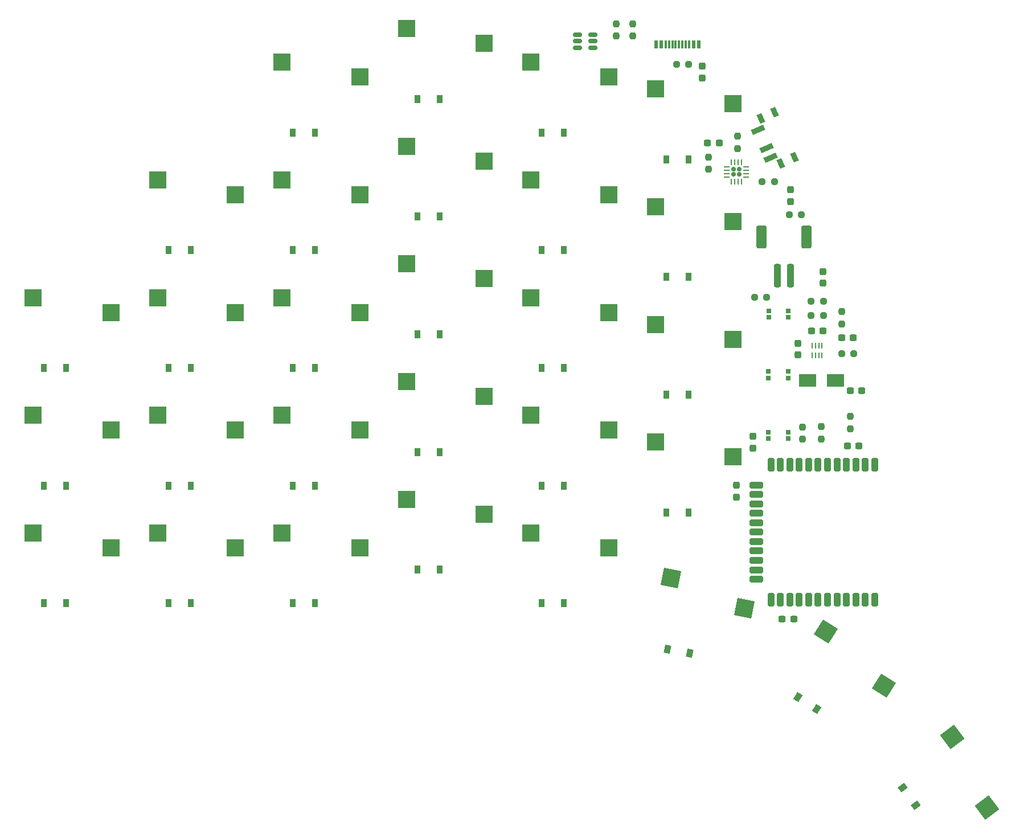
<source format=gbr>
%TF.GenerationSoftware,KiCad,Pcbnew,7.0.1*%
%TF.CreationDate,2023-03-19T14:30:15+01:00*%
%TF.ProjectId,grapto-v3w-left,67726170-746f-42d7-9633-772d6c656674,v1.0.0*%
%TF.SameCoordinates,Original*%
%TF.FileFunction,Paste,Bot*%
%TF.FilePolarity,Positive*%
%FSLAX46Y46*%
G04 Gerber Fmt 4.6, Leading zero omitted, Abs format (unit mm)*
G04 Created by KiCad (PCBNEW 7.0.1) date 2023-03-19 14:30:15*
%MOMM*%
%LPD*%
G01*
G04 APERTURE LIST*
G04 Aperture macros list*
%AMRoundRect*
0 Rectangle with rounded corners*
0 $1 Rounding radius*
0 $2 $3 $4 $5 $6 $7 $8 $9 X,Y pos of 4 corners*
0 Add a 4 corners polygon primitive as box body*
4,1,4,$2,$3,$4,$5,$6,$7,$8,$9,$2,$3,0*
0 Add four circle primitives for the rounded corners*
1,1,$1+$1,$2,$3*
1,1,$1+$1,$4,$5*
1,1,$1+$1,$6,$7*
1,1,$1+$1,$8,$9*
0 Add four rect primitives between the rounded corners*
20,1,$1+$1,$2,$3,$4,$5,0*
20,1,$1+$1,$4,$5,$6,$7,0*
20,1,$1+$1,$6,$7,$8,$9,0*
20,1,$1+$1,$8,$9,$2,$3,0*%
%AMRotRect*
0 Rectangle, with rotation*
0 The origin of the aperture is its center*
0 $1 length*
0 $2 width*
0 $3 Rotation angle, in degrees counterclockwise*
0 Add horizontal line*
21,1,$1,$2,0,0,$3*%
G04 Aperture macros list end*
%ADD10R,0.900000X1.200000*%
%ADD11R,2.600000X2.600000*%
%ADD12RotRect,2.600000X2.600000X327.780000*%
%ADD13RotRect,2.600000X2.600000X307.060000*%
%ADD14RotRect,0.900000X1.200000X307.060000*%
%ADD15RotRect,2.600000X2.600000X348.500000*%
%ADD16RotRect,0.900000X1.200000X348.500000*%
%ADD17RotRect,0.900000X1.200000X327.780000*%
%ADD18RoundRect,0.237500X0.237500X-0.300000X0.237500X0.300000X-0.237500X0.300000X-0.237500X-0.300000X0*%
%ADD19R,0.700000X0.700000*%
%ADD20RoundRect,0.237500X0.250000X0.237500X-0.250000X0.237500X-0.250000X-0.237500X0.250000X-0.237500X0*%
%ADD21RoundRect,0.237500X-0.300000X-0.237500X0.300000X-0.237500X0.300000X0.237500X-0.300000X0.237500X0*%
%ADD22RoundRect,0.237500X-0.237500X0.250000X-0.237500X-0.250000X0.237500X-0.250000X0.237500X0.250000X0*%
%ADD23RotRect,1.400000X0.800000X293.800000*%
%ADD24RotRect,0.800000X2.000000X293.800000*%
%ADD25RoundRect,0.160000X0.160000X0.160000X-0.160000X0.160000X-0.160000X-0.160000X0.160000X-0.160000X0*%
%ADD26RoundRect,0.062500X0.375000X0.062500X-0.375000X0.062500X-0.375000X-0.062500X0.375000X-0.062500X0*%
%ADD27RoundRect,0.062500X0.062500X0.375000X-0.062500X0.375000X-0.062500X-0.375000X0.062500X-0.375000X0*%
%ADD28RoundRect,0.237500X0.237500X-0.287500X0.237500X0.287500X-0.237500X0.287500X-0.237500X-0.287500X0*%
%ADD29R,2.500000X1.900000*%
%ADD30RoundRect,0.237500X0.300000X0.237500X-0.300000X0.237500X-0.300000X-0.237500X0.300000X-0.237500X0*%
%ADD31RoundRect,0.237500X-0.237500X0.300000X-0.237500X-0.300000X0.237500X-0.300000X0.237500X0.300000X0*%
%ADD32R,0.600000X1.150000*%
%ADD33R,0.300000X1.150000*%
%ADD34RoundRect,0.237500X0.237500X-0.250000X0.237500X0.250000X-0.237500X0.250000X-0.237500X-0.250000X0*%
%ADD35RoundRect,0.250000X0.250000X-0.750000X0.250000X0.750000X-0.250000X0.750000X-0.250000X-0.750000X0*%
%ADD36RoundRect,0.250000X-0.750000X-0.250000X0.750000X-0.250000X0.750000X0.250000X-0.750000X0.250000X0*%
%ADD37RoundRect,0.250000X-0.250000X0.750000X-0.250000X-0.750000X0.250000X-0.750000X0.250000X0.750000X0*%
%ADD38RoundRect,0.062500X-0.062500X0.337500X-0.062500X-0.337500X0.062500X-0.337500X0.062500X0.337500X0*%
%ADD39RoundRect,0.237500X-0.250000X-0.237500X0.250000X-0.237500X0.250000X0.237500X-0.250000X0.237500X0*%
%ADD40RoundRect,0.150000X0.512500X0.150000X-0.512500X0.150000X-0.512500X-0.150000X0.512500X-0.150000X0*%
%ADD41RoundRect,0.237500X-0.237500X0.287500X-0.237500X-0.287500X0.237500X-0.287500X0.237500X0.287500X0*%
%ADD42RoundRect,0.250000X-0.250000X-1.500000X0.250000X-1.500000X0.250000X1.500000X-0.250000X1.500000X0*%
%ADD43RoundRect,0.250001X-0.499999X-1.449999X0.499999X-1.449999X0.499999X1.449999X-0.499999X1.449999X0*%
G04 APERTURE END LIST*
D10*
%TO.C,D105*%
X312350000Y-184500000D03*
X315650000Y-184500000D03*
%TD*%
D11*
%TO.C,S18*%
X310725000Y-174050000D03*
X322275000Y-176250000D03*
%TD*%
%TO.C,S103*%
X292225000Y-116550000D03*
X303775000Y-118750000D03*
%TD*%
%TO.C,S94*%
X255225000Y-121550000D03*
X266775000Y-123750000D03*
%TD*%
D12*
%TO.C,S115*%
X354601704Y-188716882D03*
X363200108Y-196736230D03*
%TD*%
D11*
%TO.C,S98*%
X273725000Y-121550000D03*
X285275000Y-123750000D03*
%TD*%
%TO.C,S111*%
X329225000Y-143050000D03*
X340775000Y-145250000D03*
%TD*%
D12*
%TO.C,S28*%
X354601704Y-188716882D03*
X363200108Y-196736230D03*
%TD*%
D10*
%TO.C,D99*%
X275350000Y-114500000D03*
X278650000Y-114500000D03*
%TD*%
D11*
%TO.C,S13*%
X292225000Y-169050000D03*
X303775000Y-171250000D03*
%TD*%
D10*
%TO.C,D112*%
X330850000Y-136000000D03*
X334150000Y-136000000D03*
%TD*%
%TO.C,D108*%
X312350000Y-132000000D03*
X315650000Y-132000000D03*
%TD*%
D11*
%TO.C,S8*%
X273725000Y-174050000D03*
X285275000Y-176250000D03*
%TD*%
%TO.C,S110*%
X329225000Y-160550000D03*
X340775000Y-162750000D03*
%TD*%
%TO.C,S90*%
X236725000Y-139050000D03*
X248275000Y-141250000D03*
%TD*%
%TO.C,S97*%
X273725000Y-139050000D03*
X285275000Y-141250000D03*
%TD*%
%TO.C,S5*%
X255225000Y-156550000D03*
X266775000Y-158750000D03*
%TD*%
%TO.C,S100*%
X292225000Y-169050000D03*
X303775000Y-171250000D03*
%TD*%
%TO.C,S24*%
X329225000Y-143050000D03*
X340775000Y-145250000D03*
%TD*%
D10*
%TO.C,D92*%
X256850000Y-167000000D03*
X260150000Y-167000000D03*
%TD*%
%TO.C,D96*%
X275350000Y-167000000D03*
X278650000Y-167000000D03*
%TD*%
%TO.C,D94*%
X256850000Y-132000000D03*
X260150000Y-132000000D03*
%TD*%
D11*
%TO.C,S92*%
X255225000Y-156550000D03*
X266775000Y-158750000D03*
%TD*%
%TO.C,S104*%
X292225000Y-99050000D03*
X303775000Y-101250000D03*
%TD*%
%TO.C,S15*%
X292225000Y-134050000D03*
X303775000Y-136250000D03*
%TD*%
D10*
%TO.C,D106*%
X312350000Y-167000000D03*
X315650000Y-167000000D03*
%TD*%
%TO.C,D111*%
X330850000Y-153500000D03*
X334150000Y-153500000D03*
%TD*%
D13*
%TO.C,S116*%
X373341147Y-204336928D03*
X378546155Y-214879716D03*
%TD*%
D14*
%TO.C,D116*%
X365981304Y-211931388D03*
X367970052Y-214564804D03*
%TD*%
D10*
%TO.C,D98*%
X275350000Y-132000000D03*
X278650000Y-132000000D03*
%TD*%
%TO.C,D110*%
X330850000Y-171000000D03*
X334150000Y-171000000D03*
%TD*%
%TO.C,D95*%
X275350000Y-184500000D03*
X278650000Y-184500000D03*
%TD*%
D11*
%TO.C,S23*%
X329225000Y-160550000D03*
X340775000Y-162750000D03*
%TD*%
%TO.C,S6*%
X255225000Y-139050000D03*
X266775000Y-141250000D03*
%TD*%
%TO.C,S26*%
X329225000Y-108050000D03*
X340775000Y-110250000D03*
%TD*%
D10*
%TO.C,D93*%
X256850000Y-149500000D03*
X260150000Y-149500000D03*
%TD*%
D15*
%TO.C,S114*%
X331547924Y-180737171D03*
X342427445Y-185195705D03*
%TD*%
D10*
%TO.C,D113*%
X330850000Y-118500000D03*
X334150000Y-118500000D03*
%TD*%
D11*
%TO.C,S99*%
X273725000Y-104050000D03*
X285275000Y-106250000D03*
%TD*%
%TO.C,S106*%
X310725000Y-156550000D03*
X322275000Y-158750000D03*
%TD*%
D10*
%TO.C,D102*%
X293850000Y-144500000D03*
X297150000Y-144500000D03*
%TD*%
D11*
%TO.C,S89*%
X236725000Y-156550000D03*
X248275000Y-158750000D03*
%TD*%
D10*
%TO.C,D100*%
X293850000Y-179500000D03*
X297150000Y-179500000D03*
%TD*%
D11*
%TO.C,S3*%
X236725000Y-139050000D03*
X248275000Y-141250000D03*
%TD*%
%TO.C,S9*%
X273725000Y-156550000D03*
X285275000Y-158750000D03*
%TD*%
%TO.C,S101*%
X292225000Y-151550000D03*
X303775000Y-153750000D03*
%TD*%
%TO.C,S2*%
X236725000Y-156550000D03*
X248275000Y-158750000D03*
%TD*%
%TO.C,S14*%
X292225000Y-151550000D03*
X303775000Y-153750000D03*
%TD*%
%TO.C,S107*%
X310725000Y-139050000D03*
X322275000Y-141250000D03*
%TD*%
%TO.C,S109*%
X310725000Y-104050000D03*
X322275000Y-106250000D03*
%TD*%
%TO.C,S16*%
X292225000Y-116550000D03*
X303775000Y-118750000D03*
%TD*%
D10*
%TO.C,D89*%
X238350000Y-167000000D03*
X241650000Y-167000000D03*
%TD*%
D11*
%TO.C,S20*%
X310725000Y-139050000D03*
X322275000Y-141250000D03*
%TD*%
%TO.C,S22*%
X310725000Y-104050000D03*
X322275000Y-106250000D03*
%TD*%
%TO.C,S112*%
X329225000Y-125550000D03*
X340775000Y-127750000D03*
%TD*%
D10*
%TO.C,D104*%
X293850000Y-109500000D03*
X297150000Y-109500000D03*
%TD*%
D11*
%TO.C,S25*%
X329225000Y-125550000D03*
X340775000Y-127750000D03*
%TD*%
%TO.C,S10*%
X273725000Y-139050000D03*
X285275000Y-141250000D03*
%TD*%
%TO.C,S96*%
X273725000Y-156550000D03*
X285275000Y-158750000D03*
%TD*%
D10*
%TO.C,D97*%
X275350000Y-149500000D03*
X278650000Y-149500000D03*
%TD*%
D11*
%TO.C,S4*%
X255225000Y-174050000D03*
X266775000Y-176250000D03*
%TD*%
D10*
%TO.C,D91*%
X256850000Y-184500000D03*
X260150000Y-184500000D03*
%TD*%
D11*
%TO.C,S1*%
X236725000Y-174050000D03*
X248275000Y-176250000D03*
%TD*%
%TO.C,S113*%
X329225000Y-108050000D03*
X340775000Y-110250000D03*
%TD*%
D10*
%TO.C,D103*%
X293850000Y-127000000D03*
X297150000Y-127000000D03*
%TD*%
D11*
%TO.C,S21*%
X310725000Y-121550000D03*
X322275000Y-123750000D03*
%TD*%
%TO.C,S95*%
X273725000Y-174050000D03*
X285275000Y-176250000D03*
%TD*%
D10*
%TO.C,D109*%
X312350000Y-114500000D03*
X315650000Y-114500000D03*
%TD*%
D11*
%TO.C,S105*%
X310725000Y-174050000D03*
X322275000Y-176250000D03*
%TD*%
%TO.C,S17*%
X292225000Y-99050000D03*
X303775000Y-101250000D03*
%TD*%
D10*
%TO.C,D101*%
X293850000Y-162000000D03*
X297150000Y-162000000D03*
%TD*%
D11*
%TO.C,S88*%
X236725000Y-174050000D03*
X248275000Y-176250000D03*
%TD*%
D15*
%TO.C,S27*%
X331547924Y-180737171D03*
X342427445Y-185195705D03*
%TD*%
D11*
%TO.C,S12*%
X273725000Y-104050000D03*
X285275000Y-106250000D03*
%TD*%
D10*
%TO.C,D90*%
X238350000Y-149500000D03*
X241650000Y-149500000D03*
%TD*%
D11*
%TO.C,S108*%
X310725000Y-121550000D03*
X322275000Y-123750000D03*
%TD*%
D16*
%TO.C,D114*%
X331056907Y-191301358D03*
X334290659Y-191959272D03*
%TD*%
D11*
%TO.C,S11*%
X273725000Y-121550000D03*
X285275000Y-123750000D03*
%TD*%
%TO.C,S91*%
X255225000Y-174050000D03*
X266775000Y-176250000D03*
%TD*%
%TO.C,S7*%
X255225000Y-121550000D03*
X266775000Y-123750000D03*
%TD*%
%TO.C,S93*%
X255225000Y-139050000D03*
X266775000Y-141250000D03*
%TD*%
%TO.C,S19*%
X310725000Y-156550000D03*
X322275000Y-158750000D03*
%TD*%
D17*
%TO.C,D115*%
X350404822Y-198424060D03*
X353196646Y-200183526D03*
%TD*%
D10*
%TO.C,D88*%
X238350000Y-184500000D03*
X241650000Y-184500000D03*
%TD*%
%TO.C,D107*%
X312350000Y-149500000D03*
X315650000Y-149500000D03*
%TD*%
D13*
%TO.C,S29*%
X373341147Y-204336928D03*
X378546155Y-214879716D03*
%TD*%
D11*
%TO.C,S102*%
X292225000Y-134050000D03*
X303775000Y-136250000D03*
%TD*%
D18*
%TO.C,C4*%
X343750000Y-161412500D03*
X343750000Y-159687500D03*
%TD*%
D19*
%TO.C,D31*%
X348950000Y-150045000D03*
X346050000Y-150045000D03*
X346050000Y-150995000D03*
X348950000Y-150995000D03*
%TD*%
D20*
%TO.C,R30*%
X358722500Y-147410000D03*
X356897500Y-147410000D03*
%TD*%
D21*
%TO.C,C3*%
X357757500Y-161090000D03*
X359482500Y-161090000D03*
%TD*%
D22*
%TO.C,R25*%
X353910000Y-158257500D03*
X353910000Y-160082500D03*
%TD*%
D20*
%TO.C,R14*%
X350932500Y-126700000D03*
X349107500Y-126700000D03*
%TD*%
D23*
%TO.C,SW31*%
X346935452Y-111513327D03*
X344913391Y-112405163D03*
X349881333Y-118192533D03*
X347859272Y-119084368D03*
D24*
X344517647Y-114109829D03*
X345728283Y-116854708D03*
X346333601Y-118227147D03*
%TD*%
D25*
%TO.C,U4*%
X341662500Y-120750000D03*
X341662500Y-119950000D03*
X340862500Y-120750000D03*
X340862500Y-119950000D03*
D26*
X342700000Y-119600000D03*
X342700000Y-120100000D03*
X342700000Y-120600000D03*
X342700000Y-121100000D03*
D27*
X342012500Y-121787500D03*
X341512500Y-121787500D03*
X341012500Y-121787500D03*
X340512500Y-121787500D03*
D26*
X339825000Y-121100000D03*
X339825000Y-120600000D03*
X339825000Y-120100000D03*
X339825000Y-119600000D03*
D27*
X340512500Y-118912500D03*
X341012500Y-118912500D03*
X341512500Y-118912500D03*
X342012500Y-118912500D03*
%TD*%
D28*
%TO.C,F3*%
X354180000Y-136905000D03*
X354180000Y-135155000D03*
%TD*%
D19*
%TO.C,D32*%
X348950000Y-159060000D03*
X346050000Y-159060000D03*
X346050000Y-160010000D03*
X348950000Y-160010000D03*
%TD*%
D22*
%TO.C,R2*%
X358170000Y-156737500D03*
X358170000Y-158562500D03*
%TD*%
D29*
%TO.C,L2*%
X351900000Y-151380000D03*
X356000000Y-151380000D03*
%TD*%
D30*
%TO.C,C5*%
X358652500Y-145050000D03*
X356927500Y-145050000D03*
%TD*%
D31*
%TO.C,C7*%
X341300000Y-166987500D03*
X341300000Y-168712500D03*
%TD*%
%TO.C,C16*%
X350380000Y-145867500D03*
X350380000Y-147592500D03*
%TD*%
D32*
%TO.C,J6*%
X329300000Y-101425000D03*
X330100000Y-101425000D03*
D33*
X331250000Y-101425000D03*
X332250000Y-101425000D03*
X332750000Y-101425000D03*
X333750000Y-101425000D03*
D32*
X334900000Y-101425000D03*
X335700000Y-101425000D03*
X335700000Y-101425000D03*
X334900000Y-101425000D03*
D33*
X334250000Y-101425000D03*
X333250000Y-101425000D03*
X331750000Y-101425000D03*
X330750000Y-101425000D03*
D32*
X330100000Y-101425000D03*
X329300000Y-101425000D03*
%TD*%
D34*
%TO.C,R8*%
X341470000Y-116892500D03*
X341470000Y-115067500D03*
%TD*%
%TO.C,R7*%
X337140000Y-119982500D03*
X337140000Y-118157500D03*
%TD*%
D19*
%TO.C,D30*%
X348960000Y-141045000D03*
X346060000Y-141045000D03*
X346060000Y-141995000D03*
X348960000Y-141995000D03*
%TD*%
D20*
%TO.C,R5*%
X354200000Y-141730000D03*
X352375000Y-141730000D03*
%TD*%
%TO.C,R1*%
X345800000Y-139000000D03*
X343975000Y-139000000D03*
%TD*%
D35*
%TO.C,U1*%
X361820000Y-183970000D03*
X360420000Y-183970000D03*
X359020000Y-183970000D03*
X357620000Y-183970000D03*
X356220000Y-183970000D03*
X354820000Y-183970000D03*
X353420000Y-183970000D03*
X352020000Y-183970000D03*
X350620000Y-183970000D03*
X349220000Y-183970000D03*
X347820000Y-183970000D03*
X346420000Y-183970000D03*
D36*
X344220000Y-180920000D03*
X344220000Y-179520000D03*
X344220000Y-178120000D03*
X344220000Y-176720000D03*
X344220000Y-175320000D03*
X344220000Y-173920000D03*
X344220000Y-172520000D03*
X344220000Y-171120000D03*
X344220000Y-169720000D03*
X344220000Y-168320000D03*
X344220000Y-166920000D03*
D37*
X346420000Y-163870000D03*
X347820000Y-163870000D03*
X349220000Y-163870000D03*
X350620000Y-163870000D03*
X352020000Y-163870000D03*
X353420000Y-163870000D03*
X354820000Y-163870000D03*
X356220000Y-163870000D03*
X357620000Y-163870000D03*
X359020000Y-163870000D03*
X360420000Y-163870000D03*
X361820000Y-163870000D03*
%TD*%
D21*
%TO.C,C6*%
X348072500Y-186880000D03*
X349797500Y-186880000D03*
%TD*%
D38*
%TO.C,U2*%
X352515000Y-146185000D03*
X353015000Y-146185000D03*
X353515000Y-146185000D03*
X354015000Y-146185000D03*
X354015000Y-147635000D03*
X353515000Y-147635000D03*
X353015000Y-147635000D03*
X352515000Y-147635000D03*
%TD*%
D39*
%TO.C,R9*%
X352387500Y-139600000D03*
X354212500Y-139600000D03*
%TD*%
%TO.C,R4*%
X345097500Y-121830000D03*
X346922500Y-121830000D03*
%TD*%
D30*
%TO.C,C1*%
X338712500Y-116080000D03*
X336987500Y-116080000D03*
%TD*%
D22*
%TO.C,R23*%
X323400000Y-98337500D03*
X323400000Y-100162500D03*
%TD*%
D40*
%TO.C,U3*%
X319957500Y-99980000D03*
X319957500Y-100930000D03*
X319957500Y-101880000D03*
X317682500Y-101880000D03*
X317682500Y-100930000D03*
X317682500Y-99980000D03*
%TD*%
D41*
%TO.C,F4*%
X336210000Y-104655000D03*
X336210000Y-106405000D03*
%TD*%
D30*
%TO.C,C2*%
X354167500Y-144010000D03*
X352442500Y-144010000D03*
%TD*%
D39*
%TO.C,R13*%
X332347500Y-104390000D03*
X334172500Y-104390000D03*
%TD*%
D42*
%TO.C,J1*%
X347340000Y-135800000D03*
X349340000Y-135800000D03*
D43*
X344990000Y-130050000D03*
X351690000Y-130050000D03*
%TD*%
D21*
%TO.C,C17*%
X358217500Y-152870000D03*
X359942500Y-152870000D03*
%TD*%
D22*
%TO.C,R20*%
X325860000Y-98327500D03*
X325860000Y-100152500D03*
%TD*%
%TO.C,R19*%
X356900000Y-141147500D03*
X356900000Y-142972500D03*
%TD*%
D31*
%TO.C,C10*%
X349300000Y-123017500D03*
X349300000Y-124742500D03*
%TD*%
D22*
%TO.C,R24*%
X351130000Y-158277500D03*
X351130000Y-160102500D03*
%TD*%
M02*

</source>
